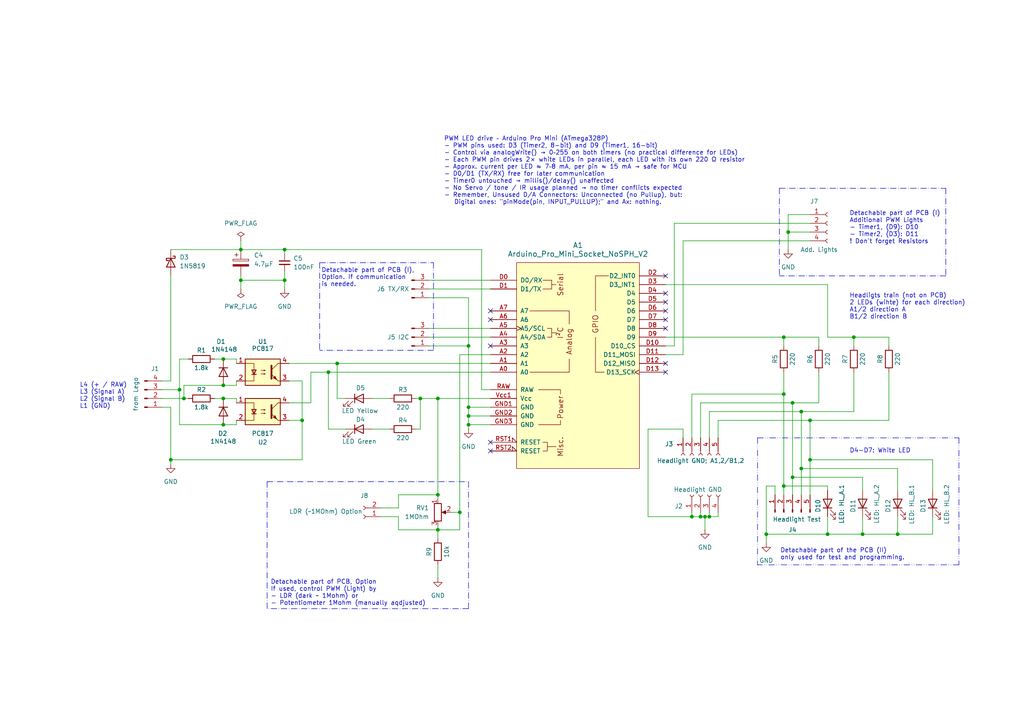
<source format=kicad_sch>
(kicad_sch (version 20231120) (generator "eeschema") (generator_version "8.0")
  (paper "A4")
  (title_block (title "DenshaBekutoru 電車ベクトル (Train Vector)") (date "2026-02-01") (rev "#003") (company "ToGo-Lab") (comment 1 "- https://togo-lab.io/") (comment 2 "- Email: tgohle@togo-lab.io") (comment 3 "Thomas Gohle"))
  (lib_symbols
    (symbol "Connector:Conn_01x02_Socket" (pin_names (offset 1.016) hide)
      (property "Reference" "J" (at 0 2.54 0))
      (property "Value" "Conn_01x02_Socket" (at 0 -5.08 0))
      (symbol "Conn_01x02_Socket_1_1"
        (arc (start 0 -2.032) (mid -0.5058 -2.54) (end 0 -3.048) (stroke (width 0.1524)))
        (polyline (pts (xy -1.27 -2.54) (xy -0.508 -2.54)) (stroke (width 0.1524)))
        (polyline (pts (xy -1.27 0) (xy -0.508 0)) (stroke (width 0.1524)))
        (arc (start 0 0.508) (mid -0.5058 0) (end 0 -0.508) (stroke (width 0.1524)))
        (pin passive line (at -5.08 0 0) (length 3.81) (name "Pin_1") (number "1"))
        (pin passive line (at -5.08 -2.54 0) (length 3.81) (name "Pin_2") (number "2"))
      )
    )
    (symbol "Connector:Conn_01x03_Pin" (pin_names (offset 1.016) hide)
      (property "Reference" "J" (at 0 5.08 0))
      (property "Value" "Conn_01x03_Pin" (at 0 -5.08 0))
      (symbol "Conn_01x03_Pin_1_1"
        (polyline (pts (xy 1.27 -2.54) (xy 0.8636 -2.54)) (stroke (width 0.1524)))
        (polyline (pts (xy 1.27 0) (xy 0.8636 0)) (stroke (width 0.1524)))
        (polyline (pts (xy 1.27 2.54) (xy 0.8636 2.54)) (stroke (width 0.1524)))
        (rectangle (start 0.8636 -2.413) (end 0 -2.667) (stroke (width 0.1524)) (fill (type outline)))
        (rectangle (start 0.8636 0.127) (end 0 -0.127) (stroke (width 0.1524)) (fill (type outline)))
        (rectangle (start 0.8636 2.667) (end 0 2.413) (stroke (width 0.1524)) (fill (type outline)))
        (pin passive line (at 5.08 2.54 180) (length 3.81) (name "Pin_1") (number "1"))
        (pin passive line (at 5.08 0 180) (length 3.81) (name "Pin_2") (number "2"))
        (pin passive line (at 5.08 -2.54 180) (length 3.81) (name "Pin_3") (number "3"))
      )
    )
    (symbol "Connector:Conn_01x04_Pin" (pin_names (offset 1.016) hide)
      (property "Reference" "J" (at 0 5.08 0))
      (property "Value" "Conn_01x04_Pin" (at 0 -7.62 0))
      (symbol "Conn_01x04_Pin_1_1"
        (polyline (pts (xy 1.27 -5.08) (xy 0.8636 -5.08)) (stroke (width 0.1524)))
        (polyline (pts (xy 1.27 -2.54) (xy 0.8636 -2.54)) (stroke (width 0.1524)))
        (polyline (pts (xy 1.27 0) (xy 0.8636 0)) (stroke (width 0.1524)))
        (polyline (pts (xy 1.27 2.54) (xy 0.8636 2.54)) (stroke (width 0.1524)))
        (rectangle (start 0.8636 -4.953) (end 0 -5.207) (stroke (width 0.1524)) (fill (type outline)))
        (rectangle (start 0.8636 -2.413) (end 0 -2.667) (stroke (width 0.1524)) (fill (type outline)))
        (rectangle (start 0.8636 0.127) (end 0 -0.127) (stroke (width 0.1524)) (fill (type outline)))
        (rectangle (start 0.8636 2.667) (end 0 2.413) (stroke (width 0.1524)) (fill (type outline)))
        (pin passive line (at 5.08 2.54 180) (length 3.81) (name "Pin_1") (number "1"))
        (pin passive line (at 5.08 0 180) (length 3.81) (name "Pin_2") (number "2"))
        (pin passive line (at 5.08 -2.54 180) (length 3.81) (name "Pin_3") (number "3"))
        (pin passive line (at 5.08 -5.08 180) (length 3.81) (name "Pin_4") (number "4"))
      )
    )
    (symbol "Connector:Conn_01x04_Socket" (pin_names (offset 1.016) hide)
      (property "Reference" "J" (at 0 5.08 0))
      (property "Value" "Conn_01x04_Socket" (at 0 -7.62 0))
      (symbol "Conn_01x04_Socket_1_1"
        (arc (start 0 -4.572) (mid -0.5058 -5.08) (end 0 -5.588) (stroke (width 0.1524)))
        (arc (start 0 -2.032) (mid -0.5058 -2.54) (end 0 -3.048) (stroke (width 0.1524)))
        (polyline (pts (xy -1.27 -5.08) (xy -0.508 -5.08)) (stroke (width 0.1524)))
        (polyline (pts (xy -1.27 -2.54) (xy -0.508 -2.54)) (stroke (width 0.1524)))
        (polyline (pts (xy -1.27 0) (xy -0.508 0)) (stroke (width 0.1524)))
        (polyline (pts (xy -1.27 2.54) (xy -0.508 2.54)) (stroke (width 0.1524)))
        (arc (start 0 0.508) (mid -0.5058 0) (end 0 -0.508) (stroke (width 0.1524)))
        (arc (start 0 3.048) (mid -0.5058 2.54) (end 0 2.032) (stroke (width 0.1524)))
        (pin passive line (at -5.08 2.54 0) (length 3.81) (name "Pin_1") (number "1"))
        (pin passive line (at -5.08 0 0) (length 3.81) (name "Pin_2") (number "2"))
        (pin passive line (at -5.08 -2.54 0) (length 3.81) (name "Pin_3") (number "3"))
        (pin passive line (at -5.08 -5.08 0) (length 3.81) (name "Pin_4") (number "4"))
      )
    )
    (symbol "Connector:Conn_01x05_Pin" (pin_names (offset 1.016) hide)
      (property "Reference" "J" (at 0 7.62 0))
      (property "Value" "Conn_01x05_Pin" (at 0 -7.62 0))
      (symbol "Conn_01x05_Pin_1_1"
        (polyline (pts (xy 1.27 -5.08) (xy 0.8636 -5.08)) (stroke (width 0.1524)))
        (polyline (pts (xy 1.27 -2.54) (xy 0.8636 -2.54)) (stroke (width 0.1524)))
        (polyline (pts (xy 1.27 0) (xy 0.8636 0)) (stroke (width 0.1524)))
        (polyline (pts (xy 1.27 2.54) (xy 0.8636 2.54)) (stroke (width 0.1524)))
        (polyline (pts (xy 1.27 5.08) (xy 0.8636 5.08)) (stroke (width 0.1524)))
        (rectangle (start 0.8636 -4.953) (end 0 -5.207) (stroke (width 0.1524)) (fill (type outline)))
        (rectangle (start 0.8636 -2.413) (end 0 -2.667) (stroke (width 0.1524)) (fill (type outline)))
        (rectangle (start 0.8636 0.127) (end 0 -0.127) (stroke (width 0.1524)) (fill (type outline)))
        (rectangle (start 0.8636 2.667) (end 0 2.413) (stroke (width 0.1524)) (fill (type outline)))
        (rectangle (start 0.8636 5.207) (end 0 4.953) (stroke (width 0.1524)) (fill (type outline)))
        (pin passive line (at 5.08 5.08 180) (length 3.81) (name "Pin_1") (number "1"))
        (pin passive line (at 5.08 2.54 180) (length 3.81) (name "Pin_2") (number "2"))
        (pin passive line (at 5.08 0 180) (length 3.81) (name "Pin_3") (number "3"))
        (pin passive line (at 5.08 -2.54 180) (length 3.81) (name "Pin_4") (number "4"))
        (pin passive line (at 5.08 -5.08 180) (length 3.81) (name "Pin_5") (number "5"))
      )
    )
    (symbol "Connector:Conn_01x05_Socket" (pin_names (offset 1.016) hide)
      (property "Reference" "J" (at 0 7.62 0))
      (property "Value" "Conn_01x05_Socket" (at 0 -7.62 0))
      (symbol "Conn_01x05_Socket_1_1"
        (arc (start 0 -4.572) (mid -0.5058 -5.08) (end 0 -5.588) (stroke (width 0.1524)))
        (arc (start 0 -2.032) (mid -0.5058 -2.54) (end 0 -3.048) (stroke (width 0.1524)))
        (polyline (pts (xy -1.27 -5.08) (xy -0.508 -5.08)) (stroke (width 0.1524)))
        (polyline (pts (xy -1.27 -2.54) (xy -0.508 -2.54)) (stroke (width 0.1524)))
        (polyline (pts (xy -1.27 0) (xy -0.508 0)) (stroke (width 0.1524)))
        (polyline (pts (xy -1.27 2.54) (xy -0.508 2.54)) (stroke (width 0.1524)))
        (polyline (pts (xy -1.27 5.08) (xy -0.508 5.08)) (stroke (width 0.1524)))
        (arc (start 0 0.508) (mid -0.5058 0) (end 0 -0.508) (stroke (width 0.1524)))
        (arc (start 0 3.048) (mid -0.5058 2.54) (end 0 2.032) (stroke (width 0.1524)))
        (arc (start 0 5.588) (mid -0.5058 5.08) (end 0 4.572) (stroke (width 0.1524)))
        (pin passive line (at -5.08 5.08 0) (length 3.81) (name "Pin_1") (number "1"))
        (pin passive line (at -5.08 2.54 0) (length 3.81) (name "Pin_2") (number "2"))
        (pin passive line (at -5.08 0 0) (length 3.81) (name "Pin_3") (number "3"))
        (pin passive line (at -5.08 -2.54 0) (length 3.81) (name "Pin_4") (number "4"))
        (pin passive line (at -5.08 -5.08 0) (length 3.81) (name "Pin_5") (number "5"))
      )
    )
    (symbol "Device:C_Polarized" (pin_numbers hide) (pin_names (offset 0.254))
      (property "Reference" "C" (at 0.635 2.54 0))
      (property "Value" "C_Polarized" (at 0.635 -2.54 0))
      (symbol "C_Polarized_0_1"
        (rectangle (start -2.286 0.508) (end 2.286 1.016))
        (polyline (pts (xy -1.778 2.286) (xy -0.762 2.286)))
        (polyline (pts (xy -1.27 2.794) (xy -1.27 1.778)))
        (rectangle (start 2.286 -0.508) (end -2.286 -1.016) (fill (type outline)))
      )
      (symbol "C_Polarized_1_1"
        (pin passive line (at 0 3.81 270) (length 2.794) (name "~") (number "1"))
        (pin passive line (at 0 -3.81 90) (length 2.794) (name "~") (number "2"))
      )
    )
    (symbol "Device:C_Small" (pin_numbers hide) (pin_names (offset 0.254) hide)
      (property "Reference" "C" (at 0.254 1.778 0))
      (property "Value" "C_Small" (at 0.254 -2.032 0))
      (symbol "C_Small_0_1"
        (polyline (pts (xy -1.524 -0.508) (xy 1.524 -0.508)) (stroke (width 0.3302)))
        (polyline (pts (xy -1.524 0.508) (xy 1.524 0.508)) (stroke (width 0.3048)))
      )
      (symbol "C_Small_1_1"
        (pin passive line (at 0 2.54 270) (length 2.032) (name "~") (number "1"))
        (pin passive line (at 0 -2.54 90) (length 2.032) (name "~") (number "2"))
      )
    )
    (symbol "Device:LED" (pin_numbers hide) (pin_names (offset 1.016) hide)
      (property "Reference" "D" (at 0 2.54 0))
      (property "Value" "LED" (at 0 -2.54 0))
      (symbol "LED_0_1"
        (polyline (pts (xy -1.27 -1.27) (xy -1.27 1.27)) (stroke (width 0.254)))
        (polyline (pts (xy -1.27 0) (xy 1.27 0)))
        (polyline (pts (xy 1.27 -1.27) (xy 1.27 1.27) (xy -1.27 0) (xy 1.27 -1.27)) (stroke (width 0.254)))
        (polyline (pts (xy -3.048 -0.762) (xy -4.572 -2.286) (xy -3.81 -2.286) (xy -4.572 -2.286) (xy -4.572 -1.524)))
        (polyline (pts (xy -1.778 -0.762) (xy -3.302 -2.286) (xy -2.54 -2.286) (xy -3.302 -2.286) (xy -3.302 -1.524)))
      )
      (symbol "LED_1_1"
        (pin passive line (at -3.81 0 0) (length 2.54) (name "K") (number "1"))
        (pin passive line (at 3.81 0 180) (length 2.54) (name "A") (number "2"))
      )
    )
    (symbol "Device:R" (pin_numbers hide) (pin_names (offset 0))
      (property "Reference" "R" (at 2.032 0 90))
      (property "Value" "R" (at 0 0 90))
      (symbol "R_0_1"
        (rectangle (start -1.016 -2.54) (end 1.016 2.54) (stroke (width 0.254)))
      )
      (symbol "R_1_1"
        (pin passive line (at 0 3.81 270) (length 1.27) (name "~") (number "1"))
        (pin passive line (at 0 -3.81 90) (length 1.27) (name "~") (number "2"))
      )
    )
    (symbol "Device:R_Potentiometer" (pin_names (offset 1.016) hide)
      (property "Reference" "RV" (at -4.445 0 90))
      (property "Value" "R_Potentiometer" (at -2.54 0 90))
      (symbol "R_Potentiometer_0_1"
        (polyline (pts (xy 2.54 0) (xy 1.524 0)))
        (polyline (pts (xy 1.143 0) (xy 2.286 0.508) (xy 2.286 -0.508) (xy 1.143 0)) (fill (type outline)))
        (rectangle (start 1.016 2.54) (end -1.016 -2.54) (stroke (width 0.254)))
      )
      (symbol "R_Potentiometer_1_1"
        (pin passive line (at 0 3.81 270) (length 1.27) (name "1") (number "1"))
        (pin passive line (at 3.81 0 180) (length 1.27) (name "2") (number "2"))
        (pin passive line (at 0 -3.81 90) (length 1.27) (name "3") (number "3"))
      )
    )
    (symbol "Diode:1N4148" (pin_numbers hide) (pin_names hide)
      (property "Reference" "D" (at 0 2.54 0))
      (property "Value" "1N4148" (at 0 -2.54 0))
      (symbol "1N4148_0_1"
        (polyline (pts (xy -1.27 1.27) (xy -1.27 -1.27)) (stroke (width 0.254)))
        (polyline (pts (xy 1.27 0) (xy -1.27 0)))
        (polyline (pts (xy 1.27 1.27) (xy 1.27 -1.27) (xy -1.27 0) (xy 1.27 1.27)) (stroke (width 0.254)))
      )
      (symbol "1N4148_1_1"
        (pin passive line (at -3.81 0 0) (length 2.54) (name "K") (number "1"))
        (pin passive line (at 3.81 0 180) (length 2.54) (name "A") (number "2"))
      )
    )
    (symbol "Diode:1N5819" (pin_numbers hide) (pin_names (offset 1.016) hide)
      (property "Reference" "D" (at 0 2.54 0))
      (property "Value" "1N5819" (at 0 -2.54 0))
      (symbol "1N5819_0_1"
        (polyline (pts (xy 1.27 0) (xy -1.27 0)))
        (polyline (pts (xy 1.27 1.27) (xy 1.27 -1.27) (xy -1.27 0) (xy 1.27 1.27)) (stroke (width 0.254)))
        (polyline (pts (xy -1.905 0.635) (xy -1.905 1.27) (xy -1.27 1.27) (xy -1.27 -1.27) (xy -0.635 -1.27) (xy -0.635 -0.635)) (stroke (width 0.254)))
      )
      (symbol "1N5819_1_1"
        (pin passive line (at -3.81 0 0) (length 2.54) (name "K") (number "1"))
        (pin passive line (at 3.81 0 180) (length 2.54) (name "A") (number "2"))
      )
    )
    (symbol "Isolator:PC817" (pin_names (offset 1.016))
      (property "Reference" "U" (at -5.08 5.08 0))
      (property "Value" "PC817" (at 0 5.08 0))
      (symbol "PC817_0_1"
        (rectangle (start -5.08 3.81) (end 5.08 -3.81) (stroke (width 0.254)) (fill (type background)))
        (polyline (pts (xy -3.175 -0.635) (xy -1.905 -0.635)) (stroke (width 0.254)))
        (polyline (pts (xy 2.54 0.635) (xy 4.445 2.54)))
        (polyline (pts (xy 4.445 -2.54) (xy 2.54 -0.635)) (fill (type outline)))
        (polyline (pts (xy 4.445 -2.54) (xy 5.08 -2.54)))
        (polyline (pts (xy 4.445 2.54) (xy 5.08 2.54)))
        (polyline (pts (xy -5.08 2.54) (xy -2.54 2.54) (xy -2.54 -0.635)))
        (polyline (pts (xy -2.54 -0.635) (xy -2.54 -2.54) (xy -5.08 -2.54)))
        (polyline (pts (xy 2.54 1.905) (xy 2.54 -1.905) (xy 2.54 -1.905)) (stroke (width 0.508)))
        (polyline (pts (xy -2.54 -0.635) (xy -3.175 0.635) (xy -1.905 0.635) (xy -2.54 -0.635)) (stroke (width 0.254)))
        (polyline (pts (xy -0.508 -0.508) (xy 0.762 -0.508) (xy 0.381 -0.635) (xy 0.381 -0.381) (xy 0.762 -0.508)))
        (polyline (pts (xy -0.508 0.508) (xy 0.762 0.508) (xy 0.381 0.381) (xy 0.381 0.635) (xy 0.762 0.508)))
        (polyline (pts (xy 3.048 -1.651) (xy 3.556 -1.143) (xy 4.064 -2.159) (xy 3.048 -1.651) (xy 3.048 -1.651)) (fill (type outline)))
      )
      (symbol "PC817_1_1"
        (pin passive line (at -7.62 2.54 0) (length 2.54) (name "~") (number "1"))
        (pin passive line (at -7.62 -2.54 0) (length 2.54) (name "~") (number "2"))
        (pin passive line (at 7.62 -2.54 180) (length 2.54) (name "~") (number "3"))
        (pin passive line (at 7.62 2.54 180) (length 2.54) (name "~") (number "4"))
      )
    )
    (symbol "arduino-library:Arduino_Pro_Mini_Socket_NoSPH_V2" (pin_names (offset 1.016))
      (property "Reference" "A" (at 0 36.83 0))
      (property "Value" "Arduino_Pro_Mini_Socket_NoSPH_V2" (at 0 33.02 0))
      (symbol "Arduino_Pro_Mini_Socket_NoSPH_V2_0_0"
        (rectangle (start -17.78 30.48) (end 17.78 -29.21) (fill (type background)))
        (polyline (pts (xy -7.62 10.16) (xy -6.35 10.16)))
        (polyline (pts (xy -7.62 24.13) (xy -6.35 24.13)))
        (polyline (pts (xy -6.35 -22.86) (xy -8.89 -22.86)))
        (polyline (pts (xy -11.43 -16.51) (xy -5.08 -16.51) (xy -5.08 -15.24)))
        (polyline (pts (xy -5.08 -7.62) (xy -5.08 -6.35) (xy -11.43 -6.35)))
        (polyline (pts (xy -2.54 2.54) (xy -2.54 -1.27) (xy -13.97 -1.27)))
        (polyline (pts (xy -2.54 12.7) (xy -2.54 16.51) (xy -13.97 16.51)))
        (polyline (pts (xy -10.16 25.4) (xy -7.62 25.4) (xy -7.62 22.86) (xy -10.16 22.86)))
        (polyline (pts (xy -8.89 11.43) (xy -7.62 11.43) (xy -7.62 8.89) (xy -8.89 8.89)))
        (text "Analog" (at -2.54 7.62 900) (effects (font (size 1.524 1.524))))
        (text "I²C" (at -5.08 10.16 900) (effects (font (size 1.524 1.524))))
        (text "Misc." (at -5.08 -22.86 900) (effects (font (size 1.524 1.524))))
        (text "Power" (at -5.08 -11.43 900) (effects (font (size 1.524 1.524))))
        (text "Serial" (at -5.08 24.13 900) (effects (font (size 1.524 1.524))))
      )
      (symbol "Arduino_Pro_Mini_Socket_NoSPH_V2_0_1"
        (polyline (pts (xy 7.62 -1.27) (xy 5.08 -1.27) (xy 5.08 8.89)))
        (polyline (pts (xy 8.89 26.67) (xy 5.08 26.67) (xy 5.08 16.51)))
        (polyline (pts (xy -10.16 -24.13) (xy -8.89 -24.13) (xy -8.89 -21.59) (xy -10.16 -21.59)))
      )
      (symbol "Arduino_Pro_Mini_Socket_NoSPH_V2_1_0"
        (text "GPIO" (at 5.08 12.7 900) (effects (font (size 1.524 1.524))))
      )
      (symbol "Arduino_Pro_Mini_Socket_NoSPH_V2_1_1"
        (pin bidirectional line (at -25.4 -1.27 0) (length 7.62) (name "A0") (number "A0"))
        (pin bidirectional line (at -25.4 1.27 0) (length 7.62) (name "A1") (number "A1"))
        (pin bidirectional line (at -25.4 3.81 0) (length 7.62) (name "A2") (number "A2"))
        (pin bidirectional line (at -25.4 6.35 0) (length 7.62) (name "A3") (number "A3"))
        (pin bidirectional line (at -25.4 8.89 0) (length 7.62) (name "A4/SDA") (number "A4"))
        (pin bidirectional clock (at -25.4 11.43 0) (length 7.62) (name "A5/SCL") (number "A5"))
        (pin input line (at -25.4 13.97 0) (length 7.62) (name "A6") (number "A6"))
        (pin input line (at -25.4 16.51 0) (length 7.62) (name "A7") (number "A7"))
        (pin bidirectional line (at -25.4 25.4 0) (length 7.62) (name "D0/RX") (number "D0"))
        (pin bidirectional line (at -25.4 22.86 0) (length 7.62) (name "D1/TX") (number "D1"))
        (pin bidirectional line (at 25.4 6.35 180) (length 7.62) (name "D10_CS") (number "D10"))
        (pin bidirectional line (at 25.4 3.81 180) (length 7.62) (name "D11_MOSI") (number "D11"))
        (pin bidirectional line (at 25.4 1.27 180) (length 7.62) (name "D12_MISO") (number "D12"))
        (pin bidirectional clock (at 25.4 -1.27 180) (length 7.62) (name "D13_SCK") (number "D13"))
        (pin bidirectional line (at 25.4 26.67 180) (length 7.62) (name "D2_INT0") (number "D2"))
        (pin bidirectional line (at 25.4 24.13 180) (length 7.62) (name "D3_INT1") (number "D3"))
        (pin bidirectional line (at 25.4 21.59 180) (length 7.62) (name "D4") (number "D4"))
        (pin bidirectional line (at 25.4 19.05 180) (length 7.62) (name "D5") (number "D5"))
        (pin bidirectional line (at 25.4 16.51 180) (length 7.62) (name "D6") (number "D6"))
        (pin bidirectional line (at 25.4 13.97 180) (length 7.62) (name "D7") (number "D7"))
        (pin bidirectional line (at 25.4 11.43 180) (length 7.62) (name "D8") (number "D8"))
        (pin bidirectional line (at 25.4 8.89 180) (length 7.62) (name "D9") (number "D9"))
        (pin power_in line (at -25.4 -11.43 0) (length 7.62) (name "GND") (number "GND1"))
        (pin power_in line (at -25.4 -13.97 0) (length 7.62) (name "GND") (number "GND2"))
        (pin power_in line (at -25.4 -16.51 0) (length 7.62) (name "GND") (number "GND3"))
        (pin power_in line (at -25.4 -6.35 0) (length 7.62) (name "RAW") (number "RAW"))
        (pin open_collector input_low (at -25.4 -21.59 0) (length 7.62) (name "RESET") (number "RST1"))
        (pin open_collector input_low (at -25.4 -24.13 0) (length 7.62) (name "RESET") (number "RST2"))
        (pin power_in line (at -25.4 -8.89 0) (length 7.62) (name "Vcc") (number "Vcc1"))
      )
    )
    (symbol "power:GND" (power) (pin_numbers hide) (pin_names (offset 0) hide)
      (property "Value" "GND" (at 0 -3.81 0))
      (symbol "GND_0_1"
        (polyline (pts (xy 0 0) (xy 0 -1.27) (xy 1.27 -1.27) (xy 0 -2.54) (xy -1.27 -1.27) (xy 0 -1.27)))
      )
      (symbol "GND_1_1"
        (pin power_in line (at 0 0 270) (length 0) (name "~") (number "1"))
      )
    )
    (symbol "power:PWR_FLAG" (power) (pin_numbers hide) (pin_names (offset 0) hide)
      (property "Value" "PWR_FLAG" (at 0 3.81 0))
      (symbol "PWR_FLAG_0_0"
        (pin power_out line (at 0 0 90) (length 0) (name "~") (number "1"))
      )
      (symbol "PWR_FLAG_0_1"
        (polyline (pts (xy 0 0) (xy 0 1.27) (xy -1.016 1.905) (xy 0 2.54) (xy 1.016 1.905) (xy 0 1.27)))
      )
    )
  )
  (junction (at 127 115.57))
  (junction (at 232.41 135.89))
  (junction (at 227.33 140.97))
  (junction (at 49.53 133.35))
  (junction (at 232.41 119.38))
  (junction (at 127 153.67))
  (junction (at 135.89 120.65))
  (junction (at 135.89 118.11))
  (junction (at 52.07 113.03))
  (junction (at 227.33 97.79))
  (junction (at 87.63 121.92))
  (junction (at 205.74 149.86))
  (junction (at 229.87 116.84))
  (junction (at 200.66 149.86))
  (junction (at 135.89 123.19))
  (junction (at 240.03 154.94))
  (junction (at 64.77 123.19))
  (junction (at 133.35 148.59))
  (junction (at 127 143.51))
  (junction (at 53.34 115.57))
  (junction (at 135.89 100.33))
  (junction (at 82.55 81.28))
  (junction (at 250.19 154.94))
  (junction (at 222.25 154.94))
  (junction (at 234.95 121.92))
  (junction (at 69.85 72.39))
  (junction (at 229.87 138.43))
  (junction (at 64.77 104.14))
  (junction (at 97.79 105.41))
  (junction (at 64.77 115.57))
  (junction (at 228.6 67.31))
  (junction (at 82.55 72.39))
  (junction (at 227.33 114.3))
  (junction (at 95.25 107.95))
  (junction (at 203.2 149.86))
  (junction (at 121.92 115.57))
  (junction (at 69.85 81.28))
  (junction (at 247.65 97.79))
  (junction (at 260.35 154.94))
  (junction (at 204.47 149.86))
  (junction (at 234.95 133.35))
  (junction (at 64.77 111.76))
  (no_connect (at 193.04 95.25))
  (no_connect (at 142.24 92.71))
  (no_connect (at 193.04 90.17))
  (no_connect (at 193.04 92.71))
  (no_connect (at 193.04 107.95))
  (no_connect (at 142.24 100.33))
  (no_connect (at 142.24 130.81))
  (no_connect (at 193.04 85.09))
  (no_connect (at 193.04 105.41))
  (no_connect (at 142.24 128.27))
  (no_connect (at 142.24 90.17))
  (no_connect (at 193.04 87.63))
  (no_connect (at 193.04 80.01))
  (wire (pts (xy 187.96 124.46) (xy 198.12 124.46)))
  (wire (pts (xy 200.66 148.59) (xy 200.66 149.86)))
  (wire (pts (xy 124.46 97.79) (xy 142.24 97.79)))
  (wire (pts (xy 260.35 154.94) (xy 260.35 149.86)))
  (wire (pts (xy 227.33 140.97) (xy 240.03 140.97)))
  (wire (pts (xy 135.89 118.11) (xy 135.89 120.65)))
  (wire (pts (xy 64.77 111.76) (xy 68.58 111.76)))
  (wire (pts (xy 232.41 119.38) (xy 247.65 119.38)))
  (wire (pts (xy 97.79 105.41) (xy 142.24 105.41)))
  (polyline (pts (xy 92.71 76.2) (xy 125.73 76.2)) (stroke (width 0) (type dash_dot)))
  (wire (pts (xy 135.89 123.19) (xy 142.24 123.19)))
  (wire (pts (xy 130.81 148.59) (xy 133.35 148.59)))
  (wire (pts (xy 49.53 72.39) (xy 69.85 72.39)))
  (wire (pts (xy 228.6 62.23) (xy 228.6 67.31)))
  (wire (pts (xy 52.07 123.19) (xy 64.77 123.19)))
  (wire (pts (xy 135.89 86.36) (xy 135.89 100.33)))
  (wire (pts (xy 227.33 97.79) (xy 227.33 100.33)))
  (wire (pts (xy 222.25 140.97) (xy 222.25 154.94)))
  (wire (pts (xy 205.74 119.38) (xy 232.41 119.38)))
  (wire (pts (xy 234.95 67.31) (xy 228.6 67.31)))
  (wire (pts (xy 127 115.57) (xy 127 143.51)))
  (wire (pts (xy 133.35 102.87) (xy 133.35 148.59)))
  (wire (pts (xy 124.46 83.82) (xy 142.24 83.82)))
  (wire (pts (xy 234.95 121.92) (xy 257.81 121.92)))
  (wire (pts (xy 115.57 149.86) (xy 115.57 153.67)))
  (polyline (pts (xy 278.13 127) (xy 278.13 163.83)) (stroke (width 0) (type dash_dot_dot)))
  (wire (pts (xy 142.24 118.11) (xy 135.89 118.11)))
  (wire (pts (xy 257.81 97.79) (xy 247.65 97.79)))
  (polyline (pts (xy 135.89 139.7) (xy 135.89 176.53)) (stroke (width 0) (type dash_dot)))
  (wire (pts (xy 68.58 115.57) (xy 68.58 116.84)))
  (wire (pts (xy 46.99 115.57) (xy 53.34 115.57)))
  (wire (pts (xy 193.04 97.79) (xy 227.33 97.79)))
  (wire (pts (xy 234.95 133.35) (xy 234.95 143.51)))
  (wire (pts (xy 135.89 120.65) (xy 135.89 123.19)))
  (wire (pts (xy 208.28 148.59) (xy 208.28 149.86)))
  (wire (pts (xy 228.6 67.31) (xy 228.6 72.39)))
  (wire (pts (xy 234.95 133.35) (xy 270.51 133.35)))
  (wire (pts (xy 90.17 107.95) (xy 90.17 116.84)))
  (wire (pts (xy 64.77 115.57) (xy 68.58 115.57)))
  (wire (pts (xy 110.49 147.32) (xy 115.57 147.32)))
  (wire (pts (xy 83.82 105.41) (xy 97.79 105.41)))
  (wire (pts (xy 135.89 120.65) (xy 142.24 120.65)))
  (wire (pts (xy 205.74 119.38) (xy 205.74 127)))
  (wire (pts (xy 193.04 102.87) (xy 198.12 102.87)))
  (wire (pts (xy 53.34 115.57) (xy 53.34 111.76)))
  (polyline (pts (xy 135.89 176.53) (xy 77.47 176.53)) (stroke (width 0) (type dash_dot)))
  (wire (pts (xy 200.66 149.86) (xy 203.2 149.86)))
  (wire (pts (xy 203.2 148.59) (xy 203.2 149.86)))
  (wire (pts (xy 127 152.4) (xy 127 153.67)))
  (wire (pts (xy 208.28 121.92) (xy 208.28 127)))
  (polyline (pts (xy 274.32 80.01) (xy 226.06 80.01)) (stroke (width 0) (type dash_dot)))
  (wire (pts (xy 62.23 115.57) (xy 64.77 115.57)))
  (wire (pts (xy 257.81 100.33) (xy 257.81 97.79)))
  (wire (pts (xy 250.19 138.43) (xy 250.19 142.24)))
  (wire (pts (xy 234.95 121.92) (xy 234.95 133.35)))
  (wire (pts (xy 115.57 153.67) (xy 127 153.67)))
  (wire (pts (xy 139.7 113.03) (xy 139.7 72.39)))
  (wire (pts (xy 222.25 154.94) (xy 222.25 157.48)))
  (wire (pts (xy 100.33 124.46) (xy 95.25 124.46)))
  (wire (pts (xy 69.85 69.85) (xy 69.85 72.39)))
  (wire (pts (xy 87.63 121.92) (xy 87.63 110.49)))
  (wire (pts (xy 124.46 86.36) (xy 135.89 86.36)))
  (wire (pts (xy 49.53 80.01) (xy 49.53 110.49)))
  (wire (pts (xy 52.07 113.03) (xy 52.07 104.14)))
  (wire (pts (xy 135.89 100.33) (xy 135.89 118.11)))
  (wire (pts (xy 127 163.83) (xy 127 167.64)))
  (wire (pts (xy 120.65 115.57) (xy 121.92 115.57)))
  (wire (pts (xy 83.82 110.49) (xy 87.63 110.49)))
  (wire (pts (xy 227.33 114.3) (xy 227.33 140.97)))
  (wire (pts (xy 68.58 121.92) (xy 68.58 123.19)))
  (wire (pts (xy 64.77 123.19) (xy 68.58 123.19)))
  (wire (pts (xy 95.25 107.95) (xy 95.25 124.46)))
  (polyline (pts (xy 226.06 54.61) (xy 226.06 80.01)) (stroke (width 0) (type dash_dot)))
  (wire (pts (xy 53.34 111.76) (xy 64.77 111.76)))
  (wire (pts (xy 229.87 138.43) (xy 229.87 116.84)))
  (wire (pts (xy 234.95 62.23) (xy 228.6 62.23)))
  (wire (pts (xy 69.85 80.01) (xy 69.85 81.28)))
  (wire (pts (xy 270.51 133.35) (xy 270.51 142.24)))
  (wire (pts (xy 87.63 121.92) (xy 87.63 133.35)))
  (wire (pts (xy 198.12 69.85) (xy 234.95 69.85)))
  (wire (pts (xy 124.46 81.28) (xy 142.24 81.28)))
  (wire (pts (xy 52.07 113.03) (xy 52.07 123.19)))
  (wire (pts (xy 121.92 115.57) (xy 127 115.57)))
  (polyline (pts (xy 226.06 54.61) (xy 274.32 54.61)) (stroke (width 0) (type dash_dot)))
  (wire (pts (xy 110.49 149.86) (xy 115.57 149.86)))
  (wire (pts (xy 250.19 149.86) (xy 250.19 154.94)))
  (polyline (pts (xy 274.32 54.61) (xy 274.32 80.01)) (stroke (width 0) (type dash_dot)))
  (wire (pts (xy 187.96 149.86) (xy 187.96 124.46)))
  (wire (pts (xy 193.04 100.33) (xy 195.58 100.33)))
  (wire (pts (xy 46.99 113.03) (xy 52.07 113.03)))
  (wire (pts (xy 100.33 115.57) (xy 97.79 115.57)))
  (wire (pts (xy 200.66 114.3) (xy 227.33 114.3)))
  (wire (pts (xy 107.95 124.46) (xy 113.03 124.46)))
  (wire (pts (xy 257.81 107.95) (xy 257.81 121.92)))
  (wire (pts (xy 127 153.67) (xy 127 156.21)))
  (wire (pts (xy 240.03 149.86) (xy 240.03 154.94)))
  (wire (pts (xy 62.23 104.14) (xy 64.77 104.14)))
  (wire (pts (xy 124.46 100.33) (xy 135.89 100.33)))
  (wire (pts (xy 260.35 135.89) (xy 260.35 142.24)))
  (wire (pts (xy 232.41 135.89) (xy 260.35 135.89)))
  (wire (pts (xy 127 115.57) (xy 142.24 115.57)))
  (wire (pts (xy 49.53 133.35) (xy 49.53 134.62)))
  (wire (pts (xy 49.53 118.11) (xy 49.53 133.35)))
  (wire (pts (xy 97.79 105.41) (xy 97.79 115.57)))
  (wire (pts (xy 124.46 95.25) (xy 142.24 95.25)))
  (wire (pts (xy 46.99 110.49) (xy 49.53 110.49)))
  (polyline (pts (xy 278.13 163.83) (xy 219.71 163.83)) (stroke (width 0) (type dash_dot_dot)))
  (wire (pts (xy 208.28 121.92) (xy 234.95 121.92)))
  (wire (pts (xy 229.87 138.43) (xy 250.19 138.43)))
  (polyline (pts (xy 125.73 101.6) (xy 92.71 101.6)) (stroke (width 0) (type dash_dot)))
  (wire (pts (xy 68.58 104.14) (xy 68.58 105.41)))
  (wire (pts (xy 205.74 148.59) (xy 205.74 149.86)))
  (wire (pts (xy 115.57 147.32) (xy 115.57 143.51)))
  (wire (pts (xy 49.53 133.35) (xy 87.63 133.35)))
  (wire (pts (xy 142.24 102.87) (xy 133.35 102.87)))
  (wire (pts (xy 135.89 123.19) (xy 135.89 124.46)))
  (wire (pts (xy 240.03 140.97) (xy 240.03 142.24)))
  (wire (pts (xy 64.77 104.14) (xy 68.58 104.14)))
  (wire (pts (xy 46.99 118.11) (xy 49.53 118.11)))
  (wire (pts (xy 240.03 82.55) (xy 240.03 97.79)))
  (wire (pts (xy 120.65 124.46) (xy 121.92 124.46)))
  (wire (pts (xy 83.82 121.92) (xy 87.63 121.92)))
  (polyline (pts (xy 125.73 76.2) (xy 125.73 101.6)) (stroke (width 0) (type dash_dot)))
  (polyline (pts (xy 77.47 139.7) (xy 77.47 176.53)) (stroke (width 0) (type dash_dot)))
  (wire (pts (xy 53.34 115.57) (xy 54.61 115.57)))
  (polyline (pts (xy 77.47 139.7) (xy 135.89 139.7)) (stroke (width 0) (type dash_dot)))
  (wire (pts (xy 69.85 72.39) (xy 82.55 72.39)))
  (wire (pts (xy 203.2 149.86) (xy 204.47 149.86)))
  (wire (pts (xy 204.47 149.86) (xy 204.47 153.67)))
  (wire (pts (xy 260.35 154.94) (xy 270.51 154.94)))
  (wire (pts (xy 224.79 140.97) (xy 222.25 140.97)))
  (wire (pts (xy 195.58 100.33) (xy 195.58 64.77)))
  (wire (pts (xy 121.92 115.57) (xy 121.92 124.46)))
  (wire (pts (xy 142.24 113.03) (xy 139.7 113.03)))
  (wire (pts (xy 224.79 143.51) (xy 224.79 140.97)))
  (polyline (pts (xy 219.71 127) (xy 278.13 127)) (stroke (width 0) (type dash_dot_dot)))
  (wire (pts (xy 95.25 107.95) (xy 142.24 107.95)))
  (wire (pts (xy 133.35 153.67) (xy 133.35 148.59)))
  (wire (pts (xy 240.03 82.55) (xy 193.04 82.55)))
  (wire (pts (xy 237.49 97.79) (xy 227.33 97.79)))
  (wire (pts (xy 52.07 104.14) (xy 54.61 104.14)))
  (wire (pts (xy 247.65 97.79) (xy 247.65 100.33)))
  (wire (pts (xy 195.58 64.77) (xy 234.95 64.77)))
  (wire (pts (xy 115.57 143.51) (xy 127 143.51)))
  (wire (pts (xy 227.33 140.97) (xy 227.33 143.51)))
  (wire (pts (xy 127 153.67) (xy 133.35 153.67)))
  (wire (pts (xy 200.66 149.86) (xy 187.96 149.86)))
  (wire (pts (xy 232.41 143.51) (xy 232.41 135.89)))
  (wire (pts (xy 227.33 107.95) (xy 227.33 114.3)))
  (wire (pts (xy 270.51 154.94) (xy 270.51 149.86)))
  (wire (pts (xy 200.66 114.3) (xy 200.66 127)))
  (wire (pts (xy 198.12 124.46) (xy 198.12 127)))
  (wire (pts (xy 82.55 81.28) (xy 69.85 81.28)))
  (wire (pts (xy 107.95 115.57) (xy 113.03 115.57)))
  (wire (pts (xy 198.12 102.87) (xy 198.12 69.85)))
  (wire (pts (xy 250.19 154.94) (xy 260.35 154.94)))
  (wire (pts (xy 237.49 100.33) (xy 237.49 97.79)))
  (wire (pts (xy 139.7 72.39) (xy 82.55 72.39)))
  (wire (pts (xy 240.03 97.79) (xy 247.65 97.79)))
  (wire (pts (xy 82.55 78.74) (xy 82.55 81.28)))
  (polyline (pts (xy 219.71 127) (xy 219.71 163.83)) (stroke (width 0) (type dash_dot_dot)))
  (wire (pts (xy 229.87 143.51) (xy 229.87 138.43)))
  (wire (pts (xy 232.41 135.89) (xy 232.41 119.38)))
  (wire (pts (xy 90.17 107.95) (xy 95.25 107.95)))
  (wire (pts (xy 222.25 154.94) (xy 240.03 154.94)))
  (wire (pts (xy 229.87 116.84) (xy 237.49 116.84)))
  (wire (pts (xy 127 143.51) (xy 127 144.78)))
  (wire (pts (xy 237.49 107.95) (xy 237.49 116.84)))
  (wire (pts (xy 82.55 72.39) (xy 82.55 73.66)))
  (wire (pts (xy 205.74 149.86) (xy 208.28 149.86)))
  (wire (pts (xy 68.58 110.49) (xy 68.58 111.76)))
  (wire (pts (xy 203.2 116.84) (xy 229.87 116.84)))
  (wire (pts (xy 83.82 116.84) (xy 90.17 116.84)))
  (wire (pts (xy 69.85 81.28) (xy 69.85 83.82)))
  (wire (pts (xy 82.55 81.28) (xy 82.55 83.82)))
  (wire (pts (xy 204.47 149.86) (xy 205.74 149.86)))
  (polyline (pts (xy 92.71 76.2) (xy 92.71 101.6)) (stroke (width 0) (type dash_dot)))
  (wire (pts (xy 203.2 116.84) (xy 203.2 127)))
  (wire (pts (xy 240.03 154.94) (xy 250.19 154.94)))
  (wire (pts (xy 247.65 107.95) (xy 247.65 119.38)))
  (text "Detachable part of the PCB (II)\nonly used for test and programming." (at 226.314 160.782 0) (effects (font (size 1.27 1.27)) (justify left)))
  (text "Detachable part of PCB (I),\nOption. If communication\nis needed.\n" (at 93.218 80.518 0) (effects (font (size 1.27 1.27)) (justify left)))
  (text "Detachable part of PCB, Option\nIf used, control PWM (Light) by \n- LDR (dark ~ 1Mohm) or\n- Potentiometer 1Mohm (manually aqdjusted)" (at 78.486 171.958 0) (effects (font (size 1.27 1.27)) (justify left)))
  (text "L4 (+ / RAW)\nL3 (Signal A)\nL2 (Signal B)\nL1 (GND)" (at 23.114 114.808 0) (effects (font (size 1.27 1.27)) (justify left)))
  (text "PWM LED drive – Arduino Pro Mini (ATmega328P)\n- PWM pins used: D3 (Timer2, 8-bit) and D9 (Timer1, 16-bit)\n- Control via analogWrite() → 0–255 on both timers (no practical difference for LEDs)\n- Each PWM pin drives 2× white LEDs in parallel, each LED with its own 220 Ω resistor\n- Approx. current per LED ≈ 7–8 mA, per pin ≈ 15 mA → safe for MCU\n- D0/D1 (TX/RX) free for later communication\n- Timer0 untouched → millis()/delay() unaffected\n- No Servo / tone / IR usage planned → no timer conflicts expected\n- Remember, Unsused D/A Connectors: Unconnected (no Pullup), but:\n   Digital ones: \"pinMode(pin, INPUT_PULLUP);\" and Ax: nothing." (at 128.778 49.53 0) (effects (font (size 1.27 1.27)) (justify left)))
  (text "Headligts train (not on PCB)\n2 LEDs (wihte) for each direction)\nA1/2 direction A\nB1/2 direction B" (at 246.38 88.9 0) (effects (font (size 1.27 1.27)) (justify left)))
  (text "D4-D7: White LED" (at 255.27 130.81 0) (effects (font (size 1.27 1.27))))
  (text "Detachable part of PCB (I)\nAdditional PWM Lights\n- Timer1, (D9): D10\n- Timer2, (D3): D11\n! Don't forget Resistors" (at 246.38 66.04 0) (effects (font (size 1.27 1.27)) (justify left)))
  (symbol (lib_id "Device:R") (at 116.84 124.46 90) (unit 1)
    (property "Reference" "R4" (at 116.84 121.92 90))
    (property "Value" "220" (at 116.84 127 90))
    (property "Footprint" "Resistor_THT:R_Axial_DIN0204_L3.6mm_D1.6mm_P5.08mm_Horizontal" (effects (hide yes)))
    (property "Description" "Resistor" (effects (hide yes)))
  )
  (symbol (lib_id "Device:LED") (at 250.19 146.05 90) (unit 1)
    (property "Reference" "D11" (at 247.396 144.78 0) (effects (justify right)))
    (property "Value" "LED: HL_A.2" (at 254.254 140.462 0) (effects (justify right)))
    (property "Footprint" "LED_THT:LED_D5.0mm_Clear" (effects (hide yes)))
    (property "Description" "Light emitting diode" (effects (hide yes)))
  )
  (symbol (lib_id "power:PWR_FLAG") (at 69.85 69.85 0) (unit 1)
    (property "Reference" "#FLG2" (effects (hide yes)))
    (property "Value" "PWR_FLAG" (at 69.85 64.77 0))
    (property "Description" "Special symbol for telling ERC where power comes from" (effects (hide yes)))
  )
  (symbol (lib_id "Device:R") (at 247.65 104.14 180) (unit 1)
    (property "Reference" "R7" (at 245.11 104.14 90))
    (property "Value" "220" (at 250.19 104.14 90))
    (property "Footprint" "Resistor_THT:R_Axial_DIN0204_L3.6mm_D1.6mm_P5.08mm_Horizontal" (effects (hide yes)))
    (property "Description" "Resistor" (effects (hide yes)))
  )
  (symbol (lib_id "Device:LED") (at 240.03 146.05 90) (unit 1)
    (property "Reference" "D10" (at 237.236 144.78 0) (effects (justify right)))
    (property "Value" "LED: HL_A.1" (at 244.094 140.462 0) (effects (justify right)))
    (property "Footprint" "LED_THT:LED_D5.0mm_Clear" (effects (hide yes)))
    (property "Description" "Light emitting diode" (effects (hide yes)))
  )
  (symbol (lib_id "Diode:1N5819") (at 49.53 76.2 270) (unit 1)
    (property "Reference" "D3" (at 52.07 74.6124 90) (effects (justify left)))
    (property "Value" "1N5819" (at 52.07 77.1524 90) (effects (justify left)))
    (property "Footprint" "Diode_THT:D_DO-41_SOD81_P10.16mm_Horizontal" (effects (hide yes)))
    (property "Datasheet" "http://www.vishay.com/docs/88525/1n5817.pdf" (effects (hide yes)))
    (property "Description" "40V 1A Schottky Barrier Rectifier Diode, DO-41" (effects (hide yes)))
  )
  (symbol (lib_id "Connector:Conn_01x04_Socket") (at 240.03 64.77 0) (unit 1)
    (property "Reference" "J7" (at 234.95 58.42 0) (effects (justify left)))
    (property "Value" "Add. Lights" (at 232.156 72.39 0) (effects (justify left)))
    (property "Footprint" "Connector_PinSocket_2.54mm:PinSocket_1x04_P2.54mm_Vertical" (effects (hide yes)))
    (property "Description" "Generic connector, single row, 01x04, script generated" (effects (hide yes)))
  )
  (symbol (lib_id "power:GND") (at 228.6 72.39 0) (unit 1)
    (property "Reference" "#PWR3" (effects (hide yes)))
    (property "Value" "GND" (at 228.6 77.47 0))
    (property "Description" "Power symbol creates a global label with name \"GND\" , ground" (effects (hide yes)))
  )
  (symbol (lib_id "arduino-library:Arduino_Pro_Mini_Socket_NoSPH_V2") (at 167.64 106.68 0) (unit 1)
    (property "Reference" "A1" (at 167.64 71.12 0) (effects (font (size 1.524 1.524))))
    (property "Value" "Arduino_Pro_Mini_Socket_NoSPH_V2" (at 167.64 73.66 0) (effects (font (size 1.524 1.524))))
    (property "Footprint" "arduino-library:Arduino_Pro_Mini_Socket_NoSPH_V2" (effects (hide yes)))
    (property "Datasheet" "https://docs.arduino.cc/retired/boards/arduino-pro-mini" (effects (hide yes)))
    (property "Description" "Socket for Arduino Pro Mini (without Programming Header Pins)" (effects (hide yes)))
  )
  (symbol (lib_id "Connector:Conn_01x03_Pin") (at 119.38 97.79 0) (mirror x) (unit 1)
    (property "Reference" "J5" (at 113.538 97.79 0))
    (property "Value" "I2C" (at 117.094 97.79 0))
    (property "Footprint" "Connector_PinHeader_2.54mm:PinHeader_1x03_P2.54mm_Vertical" (effects (hide yes)))
    (property "Description" "Generic connector, single row, 01x03, script generated" (effects (hide yes)))
  )
  (symbol (lib_id "Diode:1N4148") (at 64.77 119.38 270) (unit 1)
    (property "Reference" "D2" (at 63.246 125.73 90) (effects (justify left)))
    (property "Value" "1N4148" (at 60.96 128.016 90) (effects (justify left)))
    (property "Footprint" "Diode_THT:D_DO-35_SOD27_P7.62mm_Horizontal" (effects (hide yes)))
    (property "Datasheet" "https://assets.nexperia.com/documents/data-sheet/1N4148_1N4448.pdf" (effects (hide yes)))
    (property "Description" "100V 0.15A standard switching diode, DO-35" (effects (hide yes)))
    (property "Sim.Device" "D" (effects (hide yes)))
    (property "Sim.Pins" "1=K 2=A" (effects (hide yes)))
  )
  (symbol (lib_id "Connector:Conn_01x03_Pin") (at 119.38 83.82 0) (mirror x) (unit 1)
    (property "Reference" "J6" (at 110.49 83.82 0))
    (property "Value" "TX/RX" (at 115.57 83.82 0))
    (property "Footprint" "Connector_PinHeader_2.54mm:PinHeader_1x03_P2.54mm_Vertical" (effects (hide yes)))
    (property "Description" "Generic connector, single row, 01x03, script generated" (effects (hide yes)))
  )
  (symbol (lib_id "Connector:Conn_01x04_Pin") (at 41.91 115.57 0) (mirror x) (unit 1)
    (property "Reference" "J1" (at 44.958 106.934 0))
    (property "Value" "from Lego" (at 39.37 114.3 90))
    (property "Footprint" "Connector_PinHeader_2.54mm:PinHeader_1x04_P2.54mm_Vertical" (effects (hide yes)))
    (property "Description" "Generic connector, single row, 01x04, script generated" (effects (hide yes)))
  )
  (symbol (lib_id "Connector:Conn_01x05_Pin") (at 229.87 148.59 90) (unit 1)
    (property "Reference" "J4" (at 229.87 153.67 90))
    (property "Value" "Headlight Test" (at 231.14 150.622 90))
    (property "Footprint" "Connector_PinHeader_2.54mm:PinHeader_1x05_P2.54mm_Horizontal" (effects (hide yes)))
    (property "Description" "Generic connector, single row, 01x05, script generated" (effects (hide yes)))
  )
  (symbol (lib_id "Device:R") (at 58.42 115.57 90) (unit 1)
    (property "Reference" "R2" (at 58.42 113.03 90))
    (property "Value" "1.8k" (at 58.42 118.11 90))
    (property "Footprint" "Resistor_THT:R_Axial_DIN0204_L3.6mm_D1.6mm_P5.08mm_Horizontal" (effects (hide yes)))
    (property "Description" "Resistor" (effects (hide yes)))
  )
  (symbol (lib_id "power:GND") (at 82.55 83.82 0) (unit 1)
    (property "Reference" "#PWR5" (effects (hide yes)))
    (property "Value" "GND" (at 82.55 88.9 0))
    (property "Description" "Power symbol creates a global label with name \"GND\" , ground" (effects (hide yes)))
  )
  (symbol (lib_id "Device:R") (at 58.42 104.14 90) (unit 1)
    (property "Reference" "R1" (at 58.42 101.6 90))
    (property "Value" "1.8k" (at 58.42 106.68 90))
    (property "Footprint" "Resistor_THT:R_Axial_DIN0204_L3.6mm_D1.6mm_P5.08mm_Horizontal" (effects (hide yes)))
    (property "Description" "Resistor" (effects (hide yes)))
  )
  (symbol (lib_id "Device:R") (at 127 160.02 180) (unit 1)
    (property "Reference" "R9" (at 124.46 160.02 90))
    (property "Value" "10k" (at 129.54 160.02 90))
    (property "Footprint" "Resistor_THT:R_Axial_DIN0204_L3.6mm_D1.6mm_P5.08mm_Horizontal" (effects (hide yes)))
    (property "Description" "Resistor" (effects (hide yes)))
  )
  (symbol (lib_id "Device:R") (at 237.49 104.14 180) (unit 1)
    (property "Reference" "R6" (at 234.95 104.14 90))
    (property "Value" "220" (at 240.03 104.14 90))
    (property "Footprint" "Resistor_THT:R_Axial_DIN0204_L3.6mm_D1.6mm_P5.08mm_Horizontal" (effects (hide yes)))
    (property "Description" "Resistor" (effects (hide yes)))
  )
  (symbol (lib_id "Isolator:PC817") (at 76.2 107.95 0) (unit 1)
    (property "Reference" "U1" (at 76.2 99.06 0))
    (property "Value" "PC817" (at 76.2 101.092 0))
    (property "Footprint" "Package_DIP:DIP-4_W7.62mm" (effects (hide yes)))
    (property "Datasheet" "http://www.soselectronic.cz/a_info/resource/d/pc817.pdf" (effects (hide yes)))
    (property "Description" "DC Optocoupler, Vce 35V, CTR 50-300%, DIP-4" (effects (hide yes)))
  )
  (symbol (lib_id "Device:R_Potentiometer") (at 127 148.59 0) (unit 1)
    (property "Reference" "RV1" (at 124.46 147.3199 0) (effects (justify right)))
    (property "Value" "1MOhm" (at 124.46 149.8599 0) (effects (justify right)))
    (property "Footprint" "Potentiometer_THT:Potentiometer_Piher_PT-10-V10_Vertical" (effects (hide yes)))
    (property "Description" "Potentiometer" (effects (hide yes)))
  )
  (symbol (lib_id "Isolator:PC817") (at 76.2 119.38 0) (unit 1)
    (property "Reference" "U2" (at 76.2 128.27 0))
    (property "Value" "PC817" (at 76.2 125.73 0))
    (property "Footprint" "Package_DIP:DIP-4_W7.62mm" (effects (hide yes)))
    (property "Datasheet" "http://www.soselectronic.cz/a_info/resource/d/pc817.pdf" (effects (hide yes)))
    (property "Description" "DC Optocoupler, Vce 35V, CTR 50-300%, DIP-4" (effects (hide yes)))
  )
  (symbol (lib_id "power:GND") (at 49.53 134.62 0) (unit 1)
    (property "Reference" "#PWR7" (effects (hide yes)))
    (property "Value" "GND" (at 49.53 139.7 0))
    (property "Description" "Power symbol creates a global label with name \"GND\" , ground" (effects (hide yes)))
  )
  (symbol (lib_id "Device:C_Small") (at 82.55 76.2 0) (unit 1)
    (property "Reference" "C5" (at 85.09 74.9362 0) (effects (justify left)))
    (property "Value" "100nF" (at 85.09 77.4762 0) (effects (justify left)))
    (property "Footprint" "Capacitor_THT:C_Disc_D3.0mm_W1.6mm_P2.50mm" (effects (hide yes)))
    (property "Description" "Unpolarized capacitor, small symbol" (effects (hide yes)))
  )
  (symbol (lib_id "Device:LED") (at 260.35 146.05 90) (unit 1)
    (property "Reference" "D12" (at 257.556 144.78 0) (effects (justify right)))
    (property "Value" "LED: HL_B.1" (at 264.414 140.462 0) (effects (justify right)))
    (property "Footprint" "LED_THT:LED_D5.0mm_Clear" (effects (hide yes)))
    (property "Description" "Light emitting diode" (effects (hide yes)))
  )
  (symbol (lib_id "power:GND") (at 204.47 153.67 0) (unit 1)
    (property "Reference" "#PWR1" (effects (hide yes)))
    (property "Value" "GND" (at 204.47 158.75 0))
    (property "Description" "Power symbol creates a global label with name \"GND\" , ground" (effects (hide yes)))
  )
  (symbol (lib_id "Connector:Conn_01x04_Socket") (at 203.2 143.51 90) (unit 1)
    (property "Reference" "J2" (at 196.85 146.812 90))
    (property "Value" "Headlight GND" (at 202.438 141.986 90))
    (property "Footprint" "Connector_PinSocket_2.54mm:PinSocket_1x04_P2.54mm_Vertical" (effects (hide yes)))
    (property "Description" "Generic connector, single row, 01x04, script generated" (effects (hide yes)))
  )
  (symbol (lib_id "power:GND") (at 127 167.64 0) (unit 1)
    (property "Reference" "#PWR6" (effects (hide yes)))
    (property "Value" "GND" (at 127 172.72 0))
    (property "Description" "Power symbol creates a global label with name \"GND\" , ground" (effects (hide yes)))
  )
  (symbol (lib_id "power:PWR_FLAG") (at 69.85 83.82 180) (unit 1)
    (property "Reference" "#FLG1" (effects (hide yes)))
    (property "Value" "PWR_FLAG" (at 69.85 88.9 0))
    (property "Description" "Special symbol for telling ERC where power comes from" (effects (hide yes)))
  )
  (symbol (lib_id "Device:LED") (at 104.14 124.46 0) (unit 1)
    (property "Reference" "D4" (at 105.918 121.666 0) (effects (justify right)))
    (property "Value" "LED Green" (at 109.22 128.016 0) (effects (justify right)))
    (property "Footprint" "LED_THT:LED_D3.0mm" (effects (hide yes)))
    (property "Description" "Light emitting diode" (effects (hide yes)))
  )
  (symbol (lib_id "Device:R") (at 257.81 104.14 180) (unit 1)
    (property "Reference" "R8" (at 255.27 104.14 90))
    (property "Value" "220" (at 260.35 104.14 90))
    (property "Footprint" "Resistor_THT:R_Axial_DIN0204_L3.6mm_D1.6mm_P5.08mm_Horizontal" (effects (hide yes)))
    (property "Description" "Resistor" (effects (hide yes)))
  )
  (symbol (lib_id "Device:LED") (at 104.14 115.57 0) (unit 1)
    (property "Reference" "D5" (at 105.918 112.522 0) (effects (justify right)))
    (property "Value" "LED Yellow" (at 109.728 119.126 0) (effects (justify right)))
    (property "Footprint" "LED_THT:LED_D3.0mm" (effects (hide yes)))
    (property "Description" "Light emitting diode" (effects (hide yes)))
  )
  (symbol (lib_id "Device:R") (at 227.33 104.14 180) (unit 1)
    (property "Reference" "R5" (at 224.79 104.14 90))
    (property "Value" "220" (at 229.87 104.14 90))
    (property "Footprint" "Resistor_THT:R_Axial_DIN0204_L3.6mm_D1.6mm_P5.08mm_Horizontal" (effects (hide yes)))
    (property "Description" "Resistor" (effects (hide yes)))
  )
  (symbol (lib_id "Device:C_Polarized") (at 69.85 76.2 0) (unit 1)
    (property "Reference" "C4" (at 73.66 74.0409 0) (effects (justify left)))
    (property "Value" "4.7µF" (at 73.66 76.5809 0) (effects (justify left)))
    (property "Footprint" "Capacitor_THT:CP_Axial_L10.0mm_D6.0mm_P15.00mm_Horizontal" (effects (hide yes)))
    (property "Description" "Polarized capacitor" (effects (hide yes)))
  )
  (symbol (lib_id "power:GND") (at 222.25 157.48 0) (unit 1)
    (property "Reference" "#PWR4" (effects (hide yes)))
    (property "Value" "GND" (at 222.25 162.56 0))
    (property "Description" "Power symbol creates a global label with name \"GND\" , ground" (effects (hide yes)))
  )
  (symbol (lib_id "Device:R") (at 116.84 115.57 270) (mirror x) (unit 1)
    (property "Reference" "R3" (at 116.84 113.03 90))
    (property "Value" "220" (at 116.84 118.11 90))
    (property "Footprint" "Resistor_THT:R_Axial_DIN0204_L3.6mm_D1.6mm_P5.08mm_Horizontal" (effects (hide yes)))
    (property "Description" "Resistor" (effects (hide yes)))
  )
  (symbol (lib_id "Connector:Conn_01x05_Socket") (at 203.2 132.08 90) (mirror x) (unit 1)
    (property "Reference" "J3" (at 194.056 128.778 90))
    (property "Value" "Headlight GND; A1,2/B1,2" (at 203.2 133.604 90))
    (property "Footprint" "Connector_PinSocket_2.54mm:PinSocket_1x05_P2.54mm_Vertical" (effects (hide yes)))
    (property "Description" "Generic connector, single row, 01x05, script generated" (effects (hide yes)))
  )
  (symbol (lib_id "Connector:Conn_01x02_Socket") (at 105.41 149.86 180) (unit 1)
    (property "Reference" "J8" (at 105.664 143.764 0))
    (property "Value" "LDR (~1MOhm) Option" (at 94.488 148.336 0))
    (property "Footprint" "Connector_PinHeader_2.54mm:PinHeader_1x02_P2.54mm_Vertical" (effects (hide yes)))
    (property "Description" "Generic connector, single row, 01x02, script generated" (effects (hide yes)))
  )
  (symbol (lib_id "power:GND") (at 135.89 124.46 0) (unit 1)
    (property "Reference" "#PWR2" (effects (hide yes)))
    (property "Value" "GND" (at 135.89 129.54 0))
    (property "Description" "Power symbol creates a global label with name \"GND\" , ground" (effects (hide yes)))
  )
  (symbol (lib_id "Diode:1N4148") (at 64.77 107.95 270) (unit 1)
    (property "Reference" "D1" (at 62.738 99.06 90) (effects (justify left)))
    (property "Value" "1N4148" (at 61.214 101.346 90) (effects (justify left)))
    (property "Footprint" "Diode_THT:D_DO-35_SOD27_P7.62mm_Horizontal" (effects (hide yes)))
    (property "Datasheet" "https://assets.nexperia.com/documents/data-sheet/1N4148_1N4448.pdf" (effects (hide yes)))
    (property "Description" "100V 0.15A standard switching diode, DO-35" (effects (hide yes)))
    (property "Sim.Device" "D" (effects (hide yes)))
    (property "Sim.Pins" "1=K 2=A" (effects (hide yes)))
  )
  (symbol (lib_id "Device:LED") (at 270.51 146.05 90) (unit 1)
    (property "Reference" "D13" (at 267.716 144.78 0) (effects (justify right)))
    (property "Value" "LED: HL_B.2" (at 274.574 140.462 0) (effects (justify right)))
    (property "Footprint" "LED_THT:LED_D5.0mm_Clear" (effects (hide yes)))
    (property "Description" "Light emitting diode" (effects (hide yes)))
  )
)
</source>
